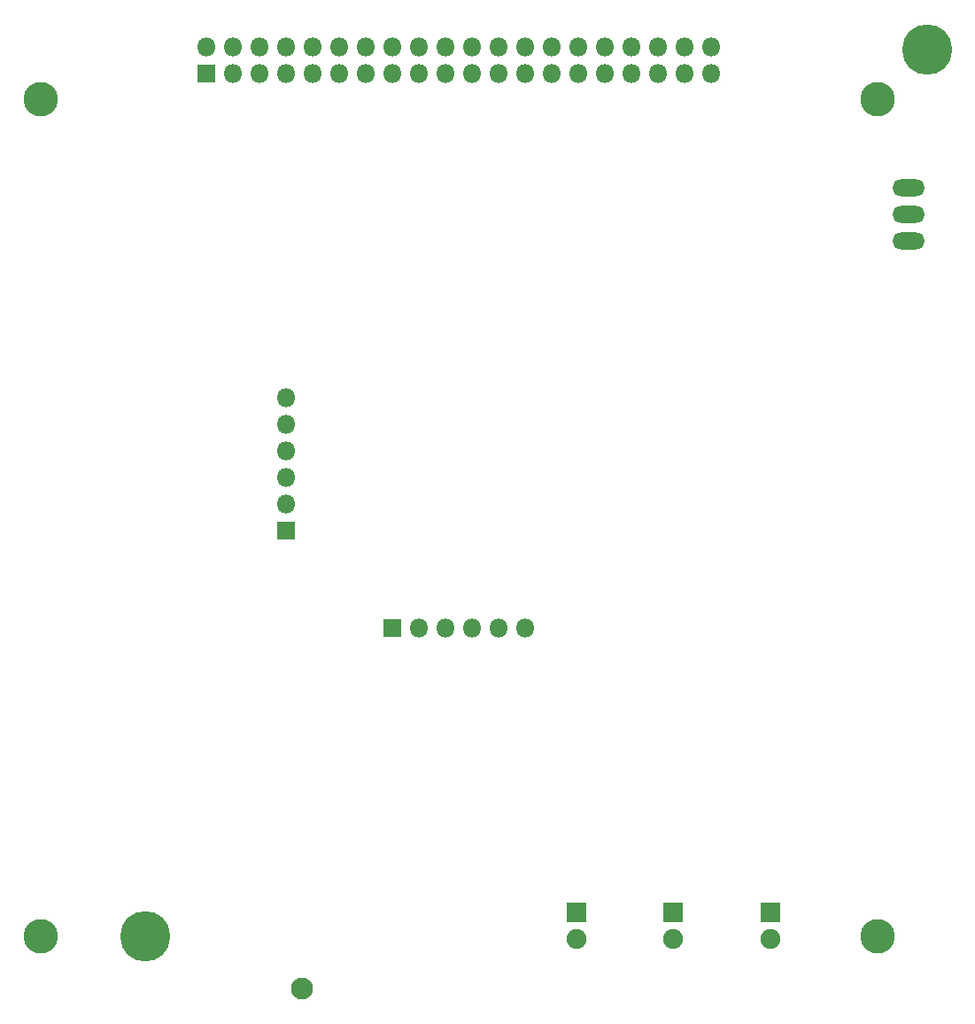
<source format=gbr>
%TF.GenerationSoftware,KiCad,Pcbnew,(5.1.6)-1*%
%TF.CreationDate,2020-09-10T03:51:48+02:00*%
%TF.ProjectId,Esp32TinyTester,45737033-3254-4696-9e79-546573746572,rev?*%
%TF.SameCoordinates,Original*%
%TF.FileFunction,Soldermask,Bot*%
%TF.FilePolarity,Negative*%
%FSLAX46Y46*%
G04 Gerber Fmt 4.6, Leading zero omitted, Abs format (unit mm)*
G04 Created by KiCad (PCBNEW (5.1.6)-1) date 2020-09-10 03:51:48*
%MOMM*%
%LPD*%
G01*
G04 APERTURE LIST*
%ADD10C,4.800600*%
%ADD11R,1.800000X1.800000*%
%ADD12O,1.800000X1.800000*%
%ADD13C,3.300000*%
%ADD14C,1.900000*%
%ADD15R,1.900000X1.900000*%
%ADD16C,2.100000*%
%ADD17O,3.110000X1.610000*%
G04 APERTURE END LIST*
D10*
X144750000Y-55250000D03*
X70000000Y-140000000D03*
D11*
X75870000Y-57540000D03*
D12*
X75870000Y-55000000D03*
X78410000Y-57540000D03*
X78410000Y-55000000D03*
X80950000Y-57540000D03*
X80950000Y-55000000D03*
X83490000Y-57540000D03*
X83490000Y-55000000D03*
X86030000Y-57540000D03*
X86030000Y-55000000D03*
X88570000Y-57540000D03*
X88570000Y-55000000D03*
X91110000Y-57540000D03*
X91110000Y-55000000D03*
X93650000Y-57540000D03*
X93650000Y-55000000D03*
X96190000Y-57540000D03*
X96190000Y-55000000D03*
X98730000Y-57540000D03*
X98730000Y-55000000D03*
X101270000Y-57540000D03*
X101270000Y-55000000D03*
X103810000Y-57540000D03*
X103810000Y-55000000D03*
X106350000Y-57540000D03*
X106350000Y-55000000D03*
X108890000Y-57540000D03*
X108890000Y-55000000D03*
X111430000Y-57540000D03*
X111430000Y-55000000D03*
X113970000Y-57540000D03*
X113970000Y-55000000D03*
X116510000Y-57540000D03*
X116510000Y-55000000D03*
X119050000Y-57540000D03*
X119050000Y-55000000D03*
X121590000Y-57540000D03*
X121590000Y-55000000D03*
X124130000Y-57540000D03*
X124130000Y-55000000D03*
D13*
X60000000Y-140000000D03*
X140000000Y-140000000D03*
X140000000Y-60000000D03*
X60000000Y-60000000D03*
D14*
X111250000Y-140290000D03*
D15*
X111250000Y-137750000D03*
D16*
X85000000Y-145000000D03*
D12*
X106370000Y-110500000D03*
X103830000Y-110500000D03*
X101290000Y-110500000D03*
X98750000Y-110500000D03*
X96210000Y-110500000D03*
D11*
X93670000Y-110500000D03*
X83500000Y-101250000D03*
D12*
X83500000Y-98710000D03*
X83500000Y-96170000D03*
X83500000Y-93630000D03*
X83500000Y-91090000D03*
X83500000Y-88550000D03*
D17*
X143000000Y-73500000D03*
X143000000Y-70960000D03*
X143000000Y-68420000D03*
D15*
X129750000Y-137750000D03*
D14*
X129750000Y-140290000D03*
X120500000Y-140290000D03*
D15*
X120500000Y-137750000D03*
M02*

</source>
